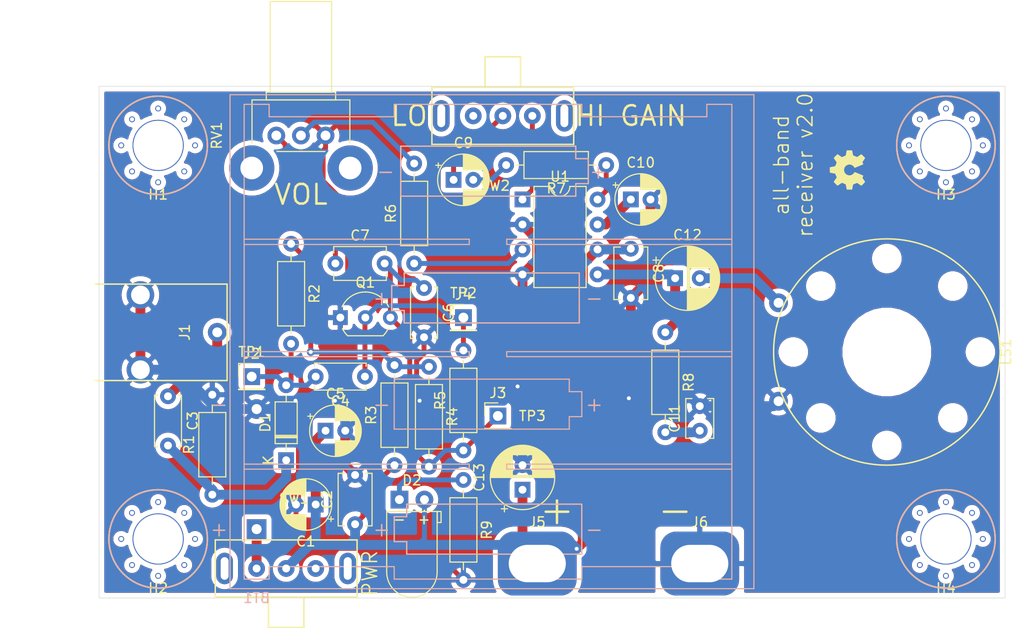
<source format=kicad_pcb>
(kicad_pcb (version 20171130) (host pcbnew "(5.1.6)-1")
  (layers (0 F.Cu signal) (31 B.Cu signal) (34 B.Paste user) (35 F.Paste user) (36 B.SilkS user hide) (37 F.SilkS user) (38 B.Mask user) (39 F.Mask user) (44 Edge.Cuts user))
  (net 0 "")
  (net 1 GND)
  (net 2 "Net-(C7-Pad1)")
  (net 3 "Net-(D2-Pad1)")
  (net 4 "Net-(R2-Pad1)")
  (net 5 "Net-(R7-Pad1)")
  (net 6 VCC)
  (net 7 "Net-(C3-Pad2)")
  (net 8 "Net-(C3-Pad1)")
  (net 9 /TP1)
  (net 10 /TP2)
  (net 11 /TP3)
  (net 12 "Net-(C9-Pad1)")
  (net 13 "Net-(R6-Pad2)")
  (net 14 SIGNAL)
  (net 15 /BAT+)
  (net 16 "Net-(C9-Pad2)")
  (net 17 "Net-(C10-Pad1)")
  (net 18 "Net-(C11-Pad1)")
  (net 19 "Net-(C12-Pad2)")
  (net 20 "Net-(C12-Pad1)")
  (net 21 "Net-(SW2-Pad1)")
  (module Potentiometer_THT:Potentiometer_Bourns_PTV09A-2_Single_Horizontal (layer F.Cu) (at 98 63 90)
    (fp_text reference RV1 (at 0 -11.05 90) (layer F.SilkS))
    (fp_text value 10k_pot)
    (pad "" thru_hole circle (at -3.3 2.5 90) (size 4.6 4.6) (drill 2.3) (layers *.Cu *.Mask))
    (pad "" thru_hole circle (at -3.3 -7.5 90) (size 4.6 4.6) (drill 2.3) (layers *.Cu *.Mask))
    (pad 1 thru_hole circle (at 0 0 90) (size 1.8 1.8) (drill 1) (layers *.Cu *.Mask) (net 1 GND))
    (pad 2 thru_hole circle (at 0 -2.5 90) (size 1.8 1.8) (drill 1) (layers *.Cu *.Mask) (net 13 "Net-(R6-Pad2)"))
    (pad 3 thru_hole circle (at 0 -5 90) (size 1.8 1.8) (drill 1) (layers *.Cu *.Mask) (net 2 "Net-(C7-Pad1)"))
  )
  (module homebrew:MOLEX_0731713150 (layer F.Cu) (at 87 83 270)
    (fp_text reference J1 (at 0 3.3 270) (layer F.SilkS))
    (fp_text value Conn_Coaxial)
    (pad 2 thru_hole circle (at 3.8 7.8 270) (size 2.8 2.8) (drill 1.9) (layers *.Cu *.Mask) (net 1 GND))
    (pad 2 thru_hole circle (at -3.8 7.8 270) (size 2.8 2.8) (drill 1.9) (layers *.Cu *.Mask) (net 1 GND))
    (pad 1 thru_hole circle (at 0 0 270) (size 1.9 1.9) (drill 1) (layers *.Cu *.Mask) (net 8 "Net-(C3-Pad1)"))
  )
  (module homebrew:‎EG1206‎_SLIDE_SWITCH (layer F.Cu) (at 94 107)
    (fp_text reference SW1 (at 0.8 -7.1) (layer F.SilkS))
    (fp_text value SW_SPST)
    (pad ~ thru_hole oval (at -6.25 0) (size 1.7 3.2) (drill oval 0.8 2.3) (layers *.Cu *.Mask))
    (pad ~ thru_hole oval (at 6.25 0) (size 1.7 3.2) (drill oval 0.8 2.3) (layers *.Cu *.Mask))
    (pad 3 thru_hole circle (at 3 0) (size 1.7 1.7) (drill 0.8) (layers *.Cu *.Mask))
    (pad 1 thru_hole circle (at -3 0) (size 1.7 1.7) (drill 0.8) (layers *.Cu *.Mask) (net 15 /BAT+))
    (pad 2 thru_hole circle (at 0 0) (size 1.7 1.7) (drill 0.8) (layers *.Cu *.Mask) (net 6 VCC))
  )
  (module homebrew:‎EG1206‎_SLIDE_SWITCH (layer F.Cu) (at 116 61 180)
    (fp_text reference SW2 (at 0.8 -7.1 180) (layer F.SilkS))
    (fp_text value SW_SPST)
    (pad ~ thru_hole oval (at -6.25 0 180) (size 1.7 3.2) (drill oval 0.8 2.3) (layers *.Cu *.Mask))
    (pad ~ thru_hole oval (at 6.25 0 180) (size 1.7 3.2) (drill oval 0.8 2.3) (layers *.Cu *.Mask))
    (pad 3 thru_hole circle (at 3 0 180) (size 1.7 1.7) (drill 0.8) (layers *.Cu *.Mask))
    (pad 1 thru_hole circle (at -3 0 180) (size 1.7 1.7) (drill 0.8) (layers *.Cu *.Mask) (net 21 "Net-(SW2-Pad1)"))
    (pad 2 thru_hole circle (at 0 0 180) (size 1.7 1.7) (drill 0.8) (layers *.Cu *.Mask) (net 12 "Net-(C9-Pad1)"))
  )
  (module homebrew:OSHW_LOGO_4mm (layer F.Cu) (at 151 66.5 90)
    (fp_text reference G*** hide)
    (fp_text value OSHW_LOGO_4mm hide)
  )
  (module Capacitor_THT:CP_Radial_D6.3mm_P2.50mm (layer F.Cu) (at 118 99 90)
    (fp_text reference C13 (at 1.25 -4.4 90) (layer F.SilkS))
    (fp_text value 220uF)
    (pad 2 thru_hole circle (at 2.5 0 90) (size 1.6 1.6) (drill 0.8) (layers *.Cu *.Mask) (net 1 GND))
    (pad 1 thru_hole rect (at 0 0 90) (size 1.6 1.6) (drill 0.8) (layers *.Cu *.Mask) (net 6 VCC))
  )
  (module homebrew:ALLIGATOR_CLIP_SLOT (layer F.Cu) (at 136 106.5)
    (fp_text reference J6 (at 0 -4.2) (layer F.SilkS))
    (fp_text value Conn_01x01)
    (pad 1 thru_hole roundrect (at 0 0) (size 8 6.5) (drill oval 5.8 3.8) (layers *.Cu *.Mask) (net 1 GND))
  )
  (module homebrew:ALLIGATOR_CLIP_SLOT (layer F.Cu) (at 119.5 106.5)
    (fp_text reference J5 (at 0 -4.2) (layer F.SilkS))
    (fp_text value Conn_01x01)
    (pad 1 thru_hole roundrect (at 0 0) (size 8 6.5) (drill oval 5.8 3.8) (layers *.Cu *.Mask) (net 6 VCC))
  )
  (module homebrew:BatteryHolder_Keystone_2481_4xAAA (layer B.Cu) (at 91 103)
    (fp_text reference BT1 (at 0 7 -180) (layer B.SilkS) (effects (justify mirror)))
    (fp_text value Battery)
    (fp_text user + (at 12.7 0) (layer B.SilkS) (effects (font (size 1.5 1.5)) (justify mirror)))
    (fp_text user + (at 34.29 -12.7) (layer B.SilkS) (effects (font (size 1.5 1.5)) (justify mirror)))
    (fp_text user + (at 12.7 -23.495) (layer B.SilkS) (effects (font (size 1.5 1.5)) (justify mirror)))
    (fp_text user - (at 12.7 -12.7) (layer B.SilkS) (effects (font (size 1.5 1.5)) (justify mirror)))
    (fp_text user - (at 34.29 -23.495) (layer B.SilkS) (effects (font (size 1.5 1.5)) (justify mirror)))
    (fp_text user - (at 34.29 0) (layer B.SilkS) (effects (font (size 1.5 1.5)) (justify mirror)))
    (fp_text user - (at -3.81 -12.7) (layer B.SilkS) (effects (font (size 1.5 1.5)) (justify mirror)))
    (fp_text user + (at -3.81 0) (layer B.SilkS) (effects (font (size 1.5 1.5)) (justify mirror)))
    (fp_text user - (at 13.11 -36.375 -180) (layer B.SilkS) (effects (font (size 1.5 1.5)) (justify mirror)))
    (fp_text user + (at 34.7 -36.375 -180) (layer B.SilkS) (effects (font (size 1.5 1.5)) (justify mirror)))
    (pad 1 thru_hole rect (at 0 0) (size 2 2) (drill 1.02) (layers *.Cu *.Mask) (net 15 /BAT+))
    (pad 2 thru_hole circle (at 0 -12.2) (size 2 2) (drill 1.02) (layers *.Cu *.Mask) (net 1 GND))
  )
  (module Package_DIP:DIP-8_W7.62mm (layer F.Cu) (at 118 69.5)
    (fp_text reference U1 (at 3.81 -2.33) (layer F.SilkS))
    (fp_text value LM386)
    (pad 8 thru_hole oval (at 7.62 0) (size 1.6 1.6) (drill 0.8) (layers *.Cu *.Mask) (net 5 "Net-(R7-Pad1)"))
    (pad 4 thru_hole oval (at 0 7.62) (size 1.6 1.6) (drill 0.8) (layers *.Cu *.Mask) (net 1 GND))
    (pad 7 thru_hole oval (at 7.62 2.54) (size 1.6 1.6) (drill 0.8) (layers *.Cu *.Mask) (net 17 "Net-(C10-Pad1)"))
    (pad 3 thru_hole oval (at 0 5.08) (size 1.6 1.6) (drill 0.8) (layers *.Cu *.Mask) (net 14 SIGNAL))
    (pad 6 thru_hole oval (at 7.62 5.08) (size 1.6 1.6) (drill 0.8) (layers *.Cu *.Mask) (net 6 VCC))
    (pad 2 thru_hole oval (at 0 2.54) (size 1.6 1.6) (drill 0.8) (layers *.Cu *.Mask) (net 1 GND))
    (pad 5 thru_hole oval (at 7.62 7.62) (size 1.6 1.6) (drill 0.8) (layers *.Cu *.Mask) (net 20 "Net-(C12-Pad1)"))
    (pad 1 thru_hole rect (at 0 0) (size 1.6 1.6) (drill 0.8) (layers *.Cu *.Mask) (net 21 "Net-(SW2-Pad1)"))
  )
  (module Resistor_THT:R_Axial_DIN0207_L6.3mm_D2.5mm_P10.16mm_Horizontal (layer F.Cu) (at 112 98 270)
    (fp_text reference R9 (at 5.08 -2.37 90) (layer F.SilkS))
    (fp_text value 10k)
    (pad 2 thru_hole oval (at 10.16 0 270) (size 1.6 1.6) (drill 0.8) (layers *.Cu *.Mask) (net 1 GND))
    (pad 1 thru_hole circle (at 0 0 270) (size 1.6 1.6) (drill 0.8) (layers *.Cu *.Mask) (net 3 "Net-(D2-Pad1)"))
  )
  (module Resistor_THT:R_Axial_DIN0207_L6.3mm_D2.5mm_P10.16mm_Horizontal (layer F.Cu) (at 132.5 83 270)
    (fp_text reference R8 (at 5.08 -2.37 90) (layer F.SilkS))
    (fp_text value 10)
    (pad 2 thru_hole oval (at 10.16 0 270) (size 1.6 1.6) (drill 0.8) (layers *.Cu *.Mask) (net 18 "Net-(C11-Pad1)"))
    (pad 1 thru_hole circle (at 0 0 270) (size 1.6 1.6) (drill 0.8) (layers *.Cu *.Mask) (net 20 "Net-(C12-Pad1)"))
  )
  (module Resistor_THT:R_Axial_DIN0207_L6.3mm_D2.5mm_P10.16mm_Horizontal (layer F.Cu) (at 126.5 66 180)
    (fp_text reference R7 (at 5.08 -2.37) (layer F.SilkS))
    (fp_text value 1.3k)
    (pad 2 thru_hole oval (at 10.16 0 180) (size 1.6 1.6) (drill 0.8) (layers *.Cu *.Mask) (net 16 "Net-(C9-Pad2)"))
    (pad 1 thru_hole circle (at 0 0 180) (size 1.6 1.6) (drill 0.8) (layers *.Cu *.Mask) (net 5 "Net-(R7-Pad1)"))
  )
  (module homebrew:CLS0231MP-1_SPEAKER (layer F.Cu) (at 155 85 270)
    (fp_text reference LS1 (at 0 -12.1 90) (layer F.SilkS))
    (fp_text value Speaker)
    (pad "" np_thru_hole circle (at 0 0 270) (size 8 8) (drill 8) (layers *.Cu *.Mask))
    (pad "" np_thru_hole circle (at -6.7 6.7 270) (size 2 2) (drill 2) (layers *.Cu *.Mask))
    (pad "" np_thru_hole circle (at 6.7 6.7 270) (size 2 2) (drill 2) (layers *.Cu *.Mask))
    (pad "" np_thru_hole circle (at 6.7 -6.7 270) (size 2 2) (drill 2) (layers *.Cu *.Mask))
    (pad "" np_thru_hole circle (at -6.7 -6.7 270) (size 2 2) (drill 2) (layers *.Cu *.Mask))
    (pad "" np_thru_hole circle (at -9.5 0 270) (size 2 2) (drill 2) (layers *.Cu *.Mask))
    (pad "" np_thru_hole circle (at 9.5 0 270) (size 2 2) (drill 2) (layers *.Cu *.Mask))
    (pad "" np_thru_hole circle (at 0 9.5 270) (size 2 2) (drill 2) (layers *.Cu *.Mask))
    (pad "" np_thru_hole circle (at 0 -9.5 270) (size 2 2) (drill 2) (layers *.Cu *.Mask))
    (pad 2 thru_hole circle (at 5 11 270) (size 1.9 1.9) (drill 1) (layers *.Cu *.Mask) (net 1 GND))
    (pad 1 thru_hole circle (at -5 11 270) (size 1.9 1.9) (drill 1) (layers *.Cu *.Mask) (net 19 "Net-(C12-Pad2)"))
  )
  (module LED_THT:LED_D5.0mm_Horizontal_O1.27mm_Z9.0mm (layer F.Cu) (at 105.5 100)
    (fp_text reference D2 (at 1.27 -1.96) (layer F.SilkS))
    (fp_text value LED)
    (pad 2 thru_hole circle (at 2.54 0) (size 1.8 1.8) (drill 0.9) (layers *.Cu *.Mask) (net 6 VCC))
    (pad 1 thru_hole rect (at 0 0) (size 1.8 1.8) (drill 0.9) (layers *.Cu *.Mask) (net 3 "Net-(D2-Pad1)"))
  )
  (module Capacitor_THT:CP_Radial_D6.3mm_P2.50mm (layer F.Cu) (at 133.5 77.5)
    (fp_text reference C12 (at 1.25 -4.4) (layer F.SilkS))
    (fp_text value 220uF)
    (pad 2 thru_hole circle (at 2.5 0) (size 1.6 1.6) (drill 0.8) (layers *.Cu *.Mask) (net 19 "Net-(C12-Pad2)"))
    (pad 1 thru_hole rect (at 0 0) (size 1.6 1.6) (drill 0.8) (layers *.Cu *.Mask) (net 20 "Net-(C12-Pad1)"))
  )
  (module Capacitor_THT:C_Disc_D3.8mm_W2.6mm_P2.50mm (layer F.Cu) (at 136 93 90)
    (fp_text reference C11 (at 1.25 -2.55 90) (layer F.SilkS))
    (fp_text value 47000pF)
    (pad 2 thru_hole circle (at 2.5 0 90) (size 1.6 1.6) (drill 0.8) (layers *.Cu *.Mask) (net 1 GND))
    (pad 1 thru_hole circle (at 0 0 90) (size 1.6 1.6) (drill 0.8) (layers *.Cu *.Mask) (net 18 "Net-(C11-Pad1)"))
  )
  (module Capacitor_THT:CP_Radial_D5.0mm_P2.00mm (layer F.Cu) (at 129 69.5)
    (fp_text reference C10 (at 1 -3.75) (layer F.SilkS))
    (fp_text value 10uF)
    (pad 2 thru_hole circle (at 2 0) (size 1.6 1.6) (drill 0.8) (layers *.Cu *.Mask) (net 1 GND))
    (pad 1 thru_hole rect (at 0 0) (size 1.6 1.6) (drill 0.8) (layers *.Cu *.Mask) (net 17 "Net-(C10-Pad1)"))
  )
  (module Capacitor_THT:CP_Radial_D5.0mm_P2.00mm (layer F.Cu) (at 111 67.5)
    (fp_text reference C9 (at 1 -3.75) (layer F.SilkS))
    (fp_text value 10uF)
    (pad 2 thru_hole circle (at 2 0) (size 1.6 1.6) (drill 0.8) (layers *.Cu *.Mask) (net 16 "Net-(C9-Pad2)"))
    (pad 1 thru_hole rect (at 0 0) (size 1.6 1.6) (drill 0.8) (layers *.Cu *.Mask) (net 12 "Net-(C9-Pad1)"))
  )
  (module Capacitor_THT:C_Disc_D5.1mm_W3.2mm_P5.00mm (layer F.Cu) (at 129 74.5 270)
    (fp_text reference C8 (at 2.5 -2.85 90) (layer F.SilkS))
    (fp_text value 0.1uF)
    (pad 2 thru_hole circle (at 5 0 270) (size 1.6 1.6) (drill 0.8) (layers *.Cu *.Mask) (net 1 GND))
    (pad 1 thru_hole circle (at 0 0 270) (size 1.6 1.6) (drill 0.8) (layers *.Cu *.Mask) (net 6 VCC))
  )
  (module Package_TO_SOT_THT:TO-92_Inline_Wide (layer F.Cu) (at 99.5 81.5)
    (fp_text reference Q1 (at 2.54 -3.56) (layer F.SilkS))
    (fp_text value 2N4401)
    (pad 1 thru_hole rect (at 0 0 90) (size 1.5 1.5) (drill 0.8) (layers *.Cu *.Mask) (net 1 GND))
    (pad 3 thru_hole circle (at 5.08 0 90) (size 1.5 1.5) (drill 0.8) (layers *.Cu *.Mask) (net 11 /TP3))
    (pad 2 thru_hole circle (at 2.54 0 90) (size 1.5 1.5) (drill 0.8) (layers *.Cu *.Mask) (net 10 /TP2))
  )
  (module Resistor_THT:R_Axial_DIN0207_L6.3mm_D2.5mm_P10.16mm_Horizontal (layer F.Cu) (at 107 76 90)
    (fp_text reference R6 (at 5.08 -2.37 90) (layer F.SilkS))
    (fp_text value 1k)
    (pad 2 thru_hole oval (at 10.16 0 90) (size 1.6 1.6) (drill 0.8) (layers *.Cu *.Mask) (net 13 "Net-(R6-Pad2)"))
    (pad 1 thru_hole circle (at 0 0 90) (size 1.6 1.6) (drill 0.8) (layers *.Cu *.Mask) (net 14 SIGNAL))
  )
  (module Resistor_THT:R_Axial_DIN0207_L6.3mm_D2.5mm_P10.16mm_Horizontal (layer F.Cu) (at 112 95 90)
    (fp_text reference R5 (at 5.08 -2.37 90) (layer F.SilkS))
    (fp_text value 1M)
    (pad 2 thru_hole oval (at 10.16 0 90) (size 1.6 1.6) (drill 0.8) (layers *.Cu *.Mask) (net 10 /TP2))
    (pad 1 thru_hole circle (at 0 0 90) (size 1.6 1.6) (drill 0.8) (layers *.Cu *.Mask) (net 11 /TP3))
  )
  (module Resistor_THT:R_Axial_DIN0207_L6.3mm_D2.5mm_P10.16mm_Horizontal (layer F.Cu) (at 108.5 86.5 270)
    (fp_text reference R4 (at 5.08 -2.37 90) (layer F.SilkS))
    (fp_text value 22k)
    (pad 2 thru_hole oval (at 10.16 0 270) (size 1.6 1.6) (drill 0.8) (layers *.Cu *.Mask) (net 11 /TP3))
    (pad 1 thru_hole circle (at 0 0 270) (size 1.6 1.6) (drill 0.8) (layers *.Cu *.Mask) (net 4 "Net-(R2-Pad1)"))
  )
  (module Resistor_THT:R_Axial_DIN0207_L6.3mm_D2.5mm_P10.16mm_Horizontal (layer F.Cu) (at 105 96.5 90)
    (fp_text reference R3 (at 5.08 -2.37 90) (layer F.SilkS))
    (fp_text value 100)
    (pad 2 thru_hole oval (at 10.16 0 90) (size 1.6 1.6) (drill 0.8) (layers *.Cu *.Mask) (net 4 "Net-(R2-Pad1)"))
    (pad 1 thru_hole circle (at 0 0 90) (size 1.6 1.6) (drill 0.8) (layers *.Cu *.Mask) (net 6 VCC))
  )
  (module Resistor_THT:R_Axial_DIN0207_L6.3mm_D2.5mm_P10.16mm_Horizontal (layer F.Cu) (at 94.5 74 270)
    (fp_text reference R2 (at 5.08 -2.37 90) (layer F.SilkS))
    (fp_text value 1M)
    (pad 2 thru_hole oval (at 10.16 0 270) (size 1.6 1.6) (drill 0.8) (layers *.Cu *.Mask) (net 9 /TP1))
    (pad 1 thru_hole circle (at 0 0 270) (size 1.6 1.6) (drill 0.8) (layers *.Cu *.Mask) (net 4 "Net-(R2-Pad1)"))
  )
  (module Resistor_THT:R_Axial_DIN0207_L6.3mm_D2.5mm_P10.16mm_Horizontal (layer F.Cu) (at 86.5 99.5 90)
    (fp_text reference R1 (at 5.08 -2.37 90) (layer F.SilkS))
    (fp_text value 10k)
    (pad 2 thru_hole oval (at 10.16 0 90) (size 1.6 1.6) (drill 0.8) (layers *.Cu *.Mask) (net 1 GND))
    (pad 1 thru_hole circle (at 0 0 90) (size 1.6 1.6) (drill 0.8) (layers *.Cu *.Mask) (net 7 "Net-(C3-Pad2)"))
  )
  (module Connector_PinHeader_2.54mm:PinHeader_1x01_P2.54mm_Vertical (layer F.Cu) (at 112 81.5)
    (fp_text reference J4 (at 0 -2.33) (layer F.SilkS))
    (fp_text value Conn_01x01)
    (pad 1 thru_hole rect (at 0 0) (size 1.7 1.7) (drill 1) (layers *.Cu *.Mask) (net 10 /TP2))
  )
  (module Connector_PinHeader_2.54mm:PinHeader_1x01_P2.54mm_Vertical (layer F.Cu) (at 115.5 91.5)
    (fp_text reference J3 (at 0 -2.33) (layer F.SilkS))
    (fp_text value Conn_01x01)
    (pad 1 thru_hole rect (at 0 0) (size 1.7 1.7) (drill 1) (layers *.Cu *.Mask) (net 11 /TP3))
  )
  (module Connector_PinHeader_2.54mm:PinHeader_1x01_P2.54mm_Vertical (layer F.Cu) (at 90.5 87.5)
    (fp_text reference J2 (at 0 -2.33) (layer F.SilkS))
    (fp_text value Conn_01x01)
    (pad 1 thru_hole rect (at 0 0) (size 1.7 1.7) (drill 1) (layers *.Cu *.Mask) (net 9 /TP1))
  )
  (module homebrew:HOLE_5MM_#8 (layer F.Cu) (at 161 104)
    (fp_text reference H4 (at 0 5) (layer F.SilkS))
    (fp_text value HOLE)
    (pad "" thru_hole circle (at 2.65 2.65) (size 0.6 0.6) (drill 0.4) (layers *.Cu))
    (pad "" thru_hole circle (at -2.65 2.65) (size 0.6 0.6) (drill 0.4) (layers *.Cu))
    (pad "" thru_hole circle (at 2.65 -2.65) (size 0.6 0.6) (drill 0.4) (layers *.Cu))
    (pad "" thru_hole circle (at -2.65 -2.65) (size 0.6 0.6) (drill 0.4) (layers *.Cu))
    (pad "" thru_hole circle (at -3.75 0) (size 0.6 0.6) (drill 0.4) (layers *.Cu))
    (pad "" thru_hole circle (at 3.75 0) (size 0.6 0.6) (drill 0.4) (layers *.Cu))
    (pad "" thru_hole circle (at 0 3.75) (size 0.6 0.6) (drill 0.4) (layers *.Cu))
    (pad "" thru_hole circle (at 0 -3.75) (size 0.6 0.6) (drill 0.4) (layers *.Cu))
    (pad "" thru_hole circle (at 0 0) (size 5.2 5.2) (drill 5) (layers *.Cu *.Mask))
  )
  (module homebrew:HOLE_5MM_#8 (layer F.Cu) (at 161 64)
    (fp_text reference H3 (at 0 5) (layer F.SilkS))
    (fp_text value HOLE)
    (pad "" thru_hole circle (at 2.65 2.65) (size 0.6 0.6) (drill 0.4) (layers *.Cu))
    (pad "" thru_hole circle (at -2.65 2.65) (size 0.6 0.6) (drill 0.4) (layers *.Cu))
    (pad "" thru_hole circle (at 2.65 -2.65) (size 0.6 0.6) (drill 0.4) (layers *.Cu))
    (pad "" thru_hole circle (at -2.65 -2.65) (size 0.6 0.6) (drill 0.4) (layers *.Cu))
    (pad "" thru_hole circle (at -3.75 0) (size 0.6 0.6) (drill 0.4) (layers *.Cu))
    (pad "" thru_hole circle (at 3.75 0) (size 0.6 0.6) (drill 0.4) (layers *.Cu))
    (pad "" thru_hole circle (at 0 3.75) (size 0.6 0.6) (drill 0.4) (layers *.Cu))
    (pad "" thru_hole circle (at 0 -3.75) (size 0.6 0.6) (drill 0.4) (layers *.Cu))
    (pad "" thru_hole circle (at 0 0) (size 5.2 5.2) (drill 5) (layers *.Cu *.Mask))
  )
  (module homebrew:HOLE_5MM_#8 (layer F.Cu) (at 81 104)
    (fp_text reference H2 (at 0 5) (layer F.SilkS))
    (fp_text value HOLE)
    (pad "" thru_hole circle (at 2.65 2.65) (size 0.6 0.6) (drill 0.4) (layers *.Cu))
    (pad "" thru_hole circle (at -2.65 2.65) (size 0.6 0.6) (drill 0.4) (layers *.Cu))
    (pad "" thru_hole circle (at 2.65 -2.65) (size 0.6 0.6) (drill 0.4) (layers *.Cu))
    (pad "" thru_hole circle (at -2.65 -2.65) (size 0.6 0.6) (drill 0.4) (layers *.Cu))
    (pad "" thru_hole circle (at -3.75 0) (size 0.6 0.6) (drill 0.4) (layers *.Cu))
    (pad "" thru_hole circle (at 3.75 0) (size 0.6 0.6) (drill 0.4) (layers *.Cu))
    (pad "" thru_hole circle (at 0 3.75) (size 0.6 0.6) (drill 0.4) (layers *.Cu))
    (pad "" thru_hole circle (at 0 -3.75) (size 0.6 0.6) (drill 0.4) (layers *.Cu))
    (pad "" thru_hole circle (at 0 0) (size 5.2 5.2) (drill 5) (layers *.Cu *.Mask))
  )
  (module homebrew:HOLE_5MM_#8 (layer F.Cu) (at 81 64)
    (fp_text reference H1 (at 0 5) (layer F.SilkS))
    (fp_text value HOLE)
    (pad "" thru_hole circle (at 2.65 2.65) (size 0.6 0.6) (drill 0.4) (layers *.Cu))
    (pad "" thru_hole circle (at -2.65 2.65) (size 0.6 0.6) (drill 0.4) (layers *.Cu))
    (pad "" thru_hole circle (at 2.65 -2.65) (size 0.6 0.6) (drill 0.4) (layers *.Cu))
    (pad "" thru_hole circle (at -2.65 -2.65) (size 0.6 0.6) (drill 0.4) (layers *.Cu))
    (pad "" thru_hole circle (at -3.75 0) (size 0.6 0.6) (drill 0.4) (layers *.Cu))
    (pad "" thru_hole circle (at 3.75 0) (size 0.6 0.6) (drill 0.4) (layers *.Cu))
    (pad "" thru_hole circle (at 0 3.75) (size 0.6 0.6) (drill 0.4) (layers *.Cu))
    (pad "" thru_hole circle (at 0 -3.75) (size 0.6 0.6) (drill 0.4) (layers *.Cu))
    (pad "" thru_hole circle (at 0 0) (size 5.2 5.2) (drill 5) (layers *.Cu *.Mask))
  )
  (module Diode_THT:D_DO-35_SOD27_P7.62mm_Horizontal (layer F.Cu) (at 94 96 90)
    (fp_text reference D1 (at 3.81 -2.12 90) (layer F.SilkS))
    (fp_text value BAT41)
    (fp_text user K (at 0 -1.8 90) (layer F.SilkS))
    (pad 2 thru_hole oval (at 7.62 0 90) (size 1.6 1.6) (drill 0.8) (layers *.Cu *.Mask) (net 9 /TP1))
    (pad 1 thru_hole rect (at 0 0 90) (size 1.6 1.6) (drill 0.8) (layers *.Cu *.Mask) (net 7 "Net-(C3-Pad2)"))
  )
  (module Capacitor_THT:C_Disc_D5.1mm_W3.2mm_P5.00mm (layer F.Cu) (at 99 76)
    (fp_text reference C7 (at 2.5 -2.85) (layer F.SilkS))
    (fp_text value 0.1uF)
    (pad 2 thru_hole circle (at 5 0) (size 1.6 1.6) (drill 0.8) (layers *.Cu *.Mask) (net 11 /TP3))
    (pad 1 thru_hole circle (at 0 0) (size 1.6 1.6) (drill 0.8) (layers *.Cu *.Mask) (net 2 "Net-(C7-Pad1)"))
  )
  (module Capacitor_THT:C_Disc_D5.0mm_W2.5mm_P5.00mm (layer F.Cu) (at 108 78.5 270)
    (fp_text reference C6 (at 2.5 -2.5 90) (layer F.SilkS))
    (fp_text value 1000pF)
    (pad 2 thru_hole circle (at 5 0 270) (size 1.6 1.6) (drill 0.8) (layers *.Cu *.Mask) (net 1 GND))
    (pad 1 thru_hole circle (at 0 0 270) (size 1.6 1.6) (drill 0.8) (layers *.Cu *.Mask) (net 11 /TP3))
  )
  (module Capacitor_THT:CP_Radial_D5.0mm_P2.00mm (layer F.Cu) (at 98 93)
    (fp_text reference C5 (at 1 -3.75) (layer F.SilkS))
    (fp_text value 1uF)
    (pad 2 thru_hole circle (at 2 0) (size 1.6 1.6) (drill 0.8) (layers *.Cu *.Mask) (net 1 GND))
    (pad 1 thru_hole rect (at 0 0) (size 1.6 1.6) (drill 0.8) (layers *.Cu *.Mask) (net 6 VCC))
  )
  (module Capacitor_THT:C_Disc_D5.0mm_W2.5mm_P5.00mm (layer F.Cu) (at 102 87.5 180)
    (fp_text reference C4 (at 2.5 -2.5) (layer F.SilkS))
    (fp_text value 1000pF)
    (pad 2 thru_hole circle (at 5 0 180) (size 1.6 1.6) (drill 0.8) (layers *.Cu *.Mask) (net 9 /TP1))
    (pad 1 thru_hole circle (at 0 0 180) (size 1.6 1.6) (drill 0.8) (layers *.Cu *.Mask) (net 10 /TP2))
  )
  (module Capacitor_THT:C_Disc_D5.0mm_W2.5mm_P5.00mm (layer F.Cu) (at 82 89.5 270)
    (fp_text reference C3 (at 2.5 -2.5 90) (layer F.SilkS))
    (fp_text value 100pF)
    (pad 2 thru_hole circle (at 5 0 270) (size 1.6 1.6) (drill 0.8) (layers *.Cu *.Mask) (net 7 "Net-(C3-Pad2)"))
    (pad 1 thru_hole circle (at 0 0 270) (size 1.6 1.6) (drill 0.8) (layers *.Cu *.Mask) (net 8 "Net-(C3-Pad1)"))
  )
  (module Capacitor_THT:C_Disc_D5.1mm_W3.2mm_P5.00mm (layer F.Cu) (at 101 102.5 90)
    (fp_text reference C2 (at 2.5 -2.85 90) (layer F.SilkS))
    (fp_text value 0.1uF)
    (pad 2 thru_hole circle (at 5 0 90) (size 1.6 1.6) (drill 0.8) (layers *.Cu *.Mask) (net 1 GND))
    (pad 1 thru_hole circle (at 0 0 90) (size 1.6 1.6) (drill 0.8) (layers *.Cu *.Mask) (net 6 VCC))
  )
  (module Capacitor_THT:CP_Radial_D5.0mm_P2.00mm (layer F.Cu) (at 97 100.5 180)
    (fp_text reference C1 (at 1 -3.75) (layer F.SilkS))
    (fp_text value 10uF)
    (pad 2 thru_hole circle (at 2 0 180) (size 1.6 1.6) (drill 0.8) (layers *.Cu *.Mask) (net 1 GND))
    (pad 1 thru_hole rect (at 0 0 180) (size 1.6 1.6) (drill 0.8) (layers *.Cu *.Mask) (net 6 VCC))
  )
  (gr_text "all-band\nreceiver v2.0" (at 145.5 66 90) (layer F.SilkS) (effects (font (size 1.5 1.5))))
  (gr_text - (at 105.5 102) (layer F.SilkS) (effects (font (size 1 1))))
  (gr_text + (at 108 102) (layer F.SilkS) (effects (font (size 1 1))))
  (gr_text TP1 (at 90.5 85) (layer F.SilkS) (effects (font (size 1 1))))
  (gr_text TP2 (at 112 79) (layer F.SilkS) (effects (font (size 1 1))))
  (gr_text TP3 (at 119 91.5) (layer F.SilkS) (effects (font (size 1 1))))
  (gr_text PWR (at 102.5 107.5 90) (layer F.SilkS) (effects (font (size 1.5 1.5))))
  (gr_text VOL (at 95.5 69) (layer F.SilkS) (effects (font (size 2 2) (thickness 0.25))))
  (gr_text LO (at 106.5 61) (layer F.SilkS) (effects (font (size 2 2) (thickness 0.25))))
  (gr_text "HI GAIN" (at 129 61) (layer F.SilkS) (effects (font (size 2 2) (thickness 0.25))))
  (gr_text - (at 133.5 101) (layer F.SilkS) (effects (font (size 3 3) (thickness 0.25))))
  (gr_text + (at 121.5 101) (layer F.SilkS) (effects (font (size 3 3) (thickness 0.25))))
  (gr_line (start 75 110) (end 75 58) (layer Edge.Cuts) (width 0.05))
  (gr_line (start 167 110) (end 75 110) (layer Edge.Cuts) (width 0.05))
  (gr_line (start 167 58) (end 167 110) (layer Edge.Cuts) (width 0.05))
  (gr_line (start 75 58) (end 167 58) (layer Edge.Cuts) (width 0.05))
  (via (at 117.5 88.5) (size 0.8) (drill 0.4) (layers F.Cu B.Cu) (net 1))
  (segment (start 91 90.8) (end 92.414213 90.8) (width 1) (layer B.Cu) (net 1))
  (segment (start 116.050001 89.949999) (end 117.5 88.5) (width 1) (layer B.Cu) (net 1))
  (segment (start 92.414213 90.8) (end 93.264214 89.949999) (width 1) (layer B.Cu) (net 1))
  (segment (start 118 88) (end 118 77.12) (width 1) (layer F.Cu) (net 1))
  (segment (start 117.5 88.5) (end 118 88) (width 1) (layer F.Cu) (net 1))
  (segment (start 135.200001 89.700001) (end 136 90.5) (width 1) (layer B.Cu) (net 1))
  (segment (start 116.050001 89.949999) (end 116.299999 89.700001) (width 1) (layer B.Cu) (net 1))
  (segment (start 143.5 90.5) (end 144 90) (width 1) (layer B.Cu) (net 1))
  (segment (start 136 90.5) (end 143.5 90.5) (width 1) (layer B.Cu) (net 1))
  (segment (start 119.500001 73.540001) (end 118.799999 72.839999) (width 1) (layer F.Cu) (net 1))
  (segment (start 118.799999 72.839999) (end 118 72.04) (width 1) (layer F.Cu) (net 1))
  (segment (start 118 77.12) (end 119.500001 75.619999) (width 1) (layer F.Cu) (net 1))
  (segment (start 119.500001 75.619999) (end 119.500001 73.540001) (width 1) (layer F.Cu) (net 1))
  (segment (start 131 77.5) (end 131 69.5) (width 1) (layer F.Cu) (net 1))
  (segment (start 129 79.5) (end 131 77.5) (width 1) (layer F.Cu) (net 1))
  (via (at 128.799999 89.700001) (size 0.8) (drill 0.4) (layers F.Cu B.Cu) (net 1))
  (segment (start 129 79.5) (end 129 89.5) (width 1) (layer F.Cu) (net 1))
  (segment (start 129 89.5) (end 128.799999 89.700001) (width 1) (layer F.Cu) (net 1))
  (segment (start 99.449999 89.949999) (end 100 90.5) (width 1) (layer B.Cu) (net 1))
  (segment (start 100 90.5) (end 100 93) (width 1) (layer B.Cu) (net 1))
  (segment (start 99.449999 89.949999) (end 116.050001 89.949999) (width 1) (layer B.Cu) (net 1))
  (segment (start 100 96.5) (end 101 97.5) (width 1) (layer F.Cu) (net 1))
  (segment (start 100 93) (end 100 96.5) (width 1) (layer F.Cu) (net 1))
  (segment (start 86.96 90.8) (end 85.5 89.34) (width 1) (layer B.Cu) (net 1))
  (segment (start 82.96 86.8) (end 79.2 86.8) (width 1) (layer B.Cu) (net 1))
  (segment (start 85.5 89.34) (end 82.96 86.8) (width 1) (layer B.Cu) (net 1))
  (segment (start 79.2 86.8) (end 79.2 79.2) (width 1) (layer F.Cu) (net 1))
  (segment (start 93.264214 89.949999) (end 99.449999 89.949999) (width 1) (layer B.Cu) (net 1))
  (segment (start 95.500001 90.500001) (end 94.949999 89.949999) (width 1) (layer F.Cu) (net 1))
  (segment (start 95.500001 97.360001) (end 95.500001 90.500001) (width 1) (layer F.Cu) (net 1))
  (segment (start 95 100.5) (end 95 97.860002) (width 1) (layer F.Cu) (net 1))
  (via (at 94.949999 89.949999) (size 0.8) (drill 0.4) (layers F.Cu B.Cu) (net 1))
  (segment (start 95 97.860002) (end 95.500001 97.360001) (width 1) (layer F.Cu) (net 1))
  (segment (start 98.31862 104.94999) (end 95 101.63137) (width 0.5) (layer F.Cu) (net 1))
  (segment (start 112 108.16) (end 108.78999 104.94999) (width 0.5) (layer F.Cu) (net 1))
  (segment (start 95 101.63137) (end 95 100.5) (width 0.5) (layer F.Cu) (net 1))
  (segment (start 108.78999 104.94999) (end 98.31862 104.94999) (width 0.5) (layer F.Cu) (net 1))
  (via (at 98.949999 89.949999) (size 0.8) (drill 0.4) (layers F.Cu B.Cu) (net 1))
  (segment (start 99.5 81.5) (end 99.5 89.399998) (width 0.5) (layer F.Cu) (net 1))
  (segment (start 99.5 89.399998) (end 98.949999 89.949999) (width 0.5) (layer F.Cu) (net 1))
  (via (at 107.550001 89.949999) (size 0.8) (drill 0.4) (layers F.Cu B.Cu) (net 1))
  (segment (start 107.249999 89.649997) (end 107.550001 89.949999) (width 0.5) (layer F.Cu) (net 1))
  (segment (start 107.249999 85.899999) (end 107.249999 89.649997) (width 0.5) (layer F.Cu) (net 1))
  (segment (start 108 85.149998) (end 107.249999 85.899999) (width 0.5) (layer F.Cu) (net 1))
  (segment (start 108 83.5) (end 108 85.149998) (width 0.5) (layer F.Cu) (net 1))
  (segment (start 100.250001 79.499999) (end 99.5 80.25) (width 0.5) (layer F.Cu) (net 1))
  (segment (start 98 63) (end 98 64.272792) (width 0.5) (layer F.Cu) (net 1))
  (segment (start 97.749999 67.620001) (end 100.250001 70.120003) (width 0.5) (layer F.Cu) (net 1))
  (segment (start 99.5 80.25) (end 99.5 81.5) (width 0.5) (layer F.Cu) (net 1))
  (segment (start 98 64.272792) (end 97.749999 64.522793) (width 0.5) (layer F.Cu) (net 1))
  (segment (start 97.749999 64.522793) (end 97.749999 67.620001) (width 0.5) (layer F.Cu) (net 1))
  (segment (start 100.250001 70.120003) (end 100.250001 79.499999) (width 0.5) (layer F.Cu) (net 1))
  (segment (start 91 90.8) (end 86.96 90.8) (width 1) (layer B.Cu) (net 1))
  (segment (start 86.82863 90.8) (end 86.96 90.8) (width 1) (layer B.Cu) (net 1))
  (segment (start 86.5 89.34) (end 86.5 90.47137) (width 1) (layer B.Cu) (net 1))
  (segment (start 86.5 90.47137) (end 86.82863 90.8) (width 1) (layer B.Cu) (net 1))
  (segment (start 118 95.36863) (end 118 96.5) (width 1) (layer B.Cu) (net 1))
  (segment (start 118 89.900002) (end 118 95.36863) (width 1) (layer B.Cu) (net 1))
  (segment (start 117.799999 89.700001) (end 118 89.900002) (width 1) (layer B.Cu) (net 1))
  (segment (start 116.299999 89.700001) (end 117.799999 89.700001) (width 1) (layer B.Cu) (net 1))
  (segment (start 117.799999 89.700001) (end 135.200001 89.700001) (width 1) (layer B.Cu) (net 1))
  (segment (start 99 69.859966) (end 93.899999 64.759965) (width 0.5) (layer F.Cu) (net 2))
  (segment (start 93.899999 64.759965) (end 93.899999 63.899999) (width 0.5) (layer F.Cu) (net 2))
  (segment (start 99 76) (end 99 69.859966) (width 0.5) (layer F.Cu) (net 2))
  (segment (start 93.899999 63.899999) (end 93 63) (width 0.5) (layer F.Cu) (net 2))
  (segment (start 110.86863 98) (end 112 98) (width 0.5) (layer B.Cu) (net 3))
  (segment (start 106.1 98) (end 110.86863 98) (width 0.5) (layer B.Cu) (net 3))
  (segment (start 105.5 100) (end 105.5 98.6) (width 0.5) (layer B.Cu) (net 3))
  (segment (start 105.5 98.6) (end 106.1 98) (width 0.5) (layer B.Cu) (net 3))
  (segment (start 105.16 86.5) (end 105 86.34) (width 0.5) (layer B.Cu) (net 4))
  (segment (start 108.5 86.5) (end 105.16 86.5) (width 0.5) (layer B.Cu) (net 4))
  (via (at 96.5 85) (size 0.8) (drill 0.4) (layers F.Cu B.Cu) (net 4))
  (segment (start 105 86.34) (end 103.66 85) (width 0.5) (layer B.Cu) (net 4))
  (segment (start 103.66 85) (end 96.5 85) (width 0.5) (layer B.Cu) (net 4))
  (segment (start 96.5 76) (end 94.5 74) (width 0.5) (layer F.Cu) (net 4))
  (segment (start 96.5 85) (end 96.5 76) (width 0.5) (layer F.Cu) (net 4))
  (segment (start 126.5 68.62) (end 125.62 69.5) (width 0.5) (layer F.Cu) (net 5))
  (segment (start 126.5 66) (end 126.5 68.62) (width 0.5) (layer F.Cu) (net 5))
  (via (at 123.5 105) (size 0.8) (drill 0.4) (layers F.Cu B.Cu) (net 6))
  (segment (start 124.119999 104.380001) (end 123.5 105) (width 1) (layer F.Cu) (net 6))
  (segment (start 125.62 74.58) (end 124.119999 76.080001) (width 1) (layer F.Cu) (net 6))
  (segment (start 124.119999 76.080001) (end 124.119999 104.380001) (width 1) (layer F.Cu) (net 6))
  (segment (start 96.399999 104.600001) (end 94.849999 106.150001) (width 1) (layer B.Cu) (net 6))
  (segment (start 123.5 105) (end 123.100001 104.600001) (width 1) (layer B.Cu) (net 6))
  (segment (start 94.849999 106.150001) (end 94 107) (width 1) (layer B.Cu) (net 6))
  (segment (start 128.92 74.58) (end 129 74.5) (width 1) (layer B.Cu) (net 6))
  (segment (start 125.62 74.58) (end 128.92 74.58) (width 1) (layer B.Cu) (net 6))
  (segment (start 101 104) (end 101 102.5) (width 1) (layer B.Cu) (net 6))
  (segment (start 100.399999 104.600001) (end 101 104) (width 1) (layer B.Cu) (net 6))
  (segment (start 100.399999 104.600001) (end 96.399999 104.600001) (width 1) (layer B.Cu) (net 6))
  (segment (start 97 104) (end 96.399999 104.600001) (width 1) (layer B.Cu) (net 6))
  (segment (start 97 100.5) (end 97 104) (width 1) (layer B.Cu) (net 6))
  (segment (start 97 94) (end 98 93) (width 1) (layer F.Cu) (net 6))
  (segment (start 97 100.5) (end 97 94) (width 1) (layer F.Cu) (net 6))
  (segment (start 101 102.5) (end 101.799999 101.700001) (width 0.5) (layer F.Cu) (net 6))
  (segment (start 104.200001 97.299999) (end 105 96.5) (width 0.5) (layer F.Cu) (net 6))
  (segment (start 101.799999 99.700001) (end 104.200001 97.299999) (width 0.5) (layer F.Cu) (net 6))
  (segment (start 101.799999 101.700001) (end 101.799999 99.700001) (width 0.5) (layer F.Cu) (net 6))
  (segment (start 108.04 103.96) (end 108.04 100) (width 0.5) (layer B.Cu) (net 6))
  (segment (start 107.399999 104.600001) (end 108.04 103.96) (width 0.5) (layer B.Cu) (net 6))
  (segment (start 107.399999 104.600001) (end 100.399999 104.600001) (width 1) (layer B.Cu) (net 6))
  (segment (start 123.100001 104.600001) (end 114.100001 104.600001) (width 1) (layer B.Cu) (net 6))
  (segment (start 114.100001 104.600001) (end 107.399999 104.600001) (width 1) (layer B.Cu) (net 6))
  (segment (start 118 105) (end 119.5 106.5) (width 1) (layer F.Cu) (net 6))
  (segment (start 118 99) (end 118 105) (width 1) (layer F.Cu) (net 6))
  (segment (start 94 97.8) (end 94 96) (width 1) (layer B.Cu) (net 7))
  (segment (start 92.3 99.5) (end 94 97.8) (width 1) (layer B.Cu) (net 7))
  (segment (start 92.3 99.5) (end 86.5 99.5) (width 1) (layer B.Cu) (net 7))
  (segment (start 86.5 99) (end 82 94.5) (width 1) (layer B.Cu) (net 7))
  (segment (start 86.5 99.5) (end 86.5 99) (width 1) (layer B.Cu) (net 7))
  (segment (start 87 84.5) (end 82 89.5) (width 1) (layer F.Cu) (net 8))
  (segment (start 87 83) (end 87 84.5) (width 1) (layer F.Cu) (net 8))
  (segment (start 93.12 87.5) (end 94 88.38) (width 0.5) (layer B.Cu) (net 9))
  (segment (start 90.5 87.5) (end 93.12 87.5) (width 0.5) (layer B.Cu) (net 9))
  (segment (start 96.12 88.38) (end 97 87.5) (width 0.5) (layer B.Cu) (net 9))
  (segment (start 94 88.38) (end 96.12 88.38) (width 0.5) (layer B.Cu) (net 9))
  (segment (start 94.5 87.88) (end 94 88.38) (width 0.5) (layer F.Cu) (net 9))
  (segment (start 94.5 84.16) (end 94.5 87.88) (width 0.5) (layer F.Cu) (net 9))
  (segment (start 102 81.54) (end 102.04 81.5) (width 0.5) (layer F.Cu) (net 10))
  (segment (start 102 87.5) (end 102 81.54) (width 0.5) (layer F.Cu) (net 10))
  (segment (start 112 84.84) (end 112 81.5) (width 0.5) (layer F.Cu) (net 10))
  (segment (start 102.789999 80.750001) (end 102.04 81.5) (width 0.5) (layer B.Cu) (net 10))
  (segment (start 103.240001 80.299999) (end 102.789999 80.750001) (width 0.5) (layer B.Cu) (net 10))
  (segment (start 109.449999 80.299999) (end 103.240001 80.299999) (width 0.5) (layer B.Cu) (net 10))
  (segment (start 112 81.5) (end 110.65 81.5) (width 0.5) (layer B.Cu) (net 10))
  (segment (start 110.65 81.5) (end 109.449999 80.299999) (width 0.5) (layer B.Cu) (net 10))
  (segment (start 104.58 76.58) (end 104 76) (width 0.5) (layer F.Cu) (net 11))
  (segment (start 104.58 81.5) (end 104.58 76.58) (width 0.5) (layer F.Cu) (net 11))
  (segment (start 112 95) (end 115.5 91.5) (width 0.5) (layer F.Cu) (net 11))
  (segment (start 110.16 95) (end 108.5 96.66) (width 0.5) (layer B.Cu) (net 11))
  (segment (start 112 95) (end 110.16 95) (width 0.5) (layer B.Cu) (net 11))
  (segment (start 105.700001 77.700001) (end 104.799999 76.799999) (width 0.5) (layer B.Cu) (net 11))
  (segment (start 108 78.5) (end 107.200001 77.700001) (width 0.5) (layer B.Cu) (net 11))
  (segment (start 104.799999 76.799999) (end 104 76) (width 0.5) (layer B.Cu) (net 11))
  (segment (start 107.200001 77.700001) (end 105.700001 77.700001) (width 0.5) (layer B.Cu) (net 11))
  (segment (start 105.329999 82.249999) (end 104.58 81.5) (width 0.5) (layer F.Cu) (net 11))
  (segment (start 108.5 96.66) (end 106.549988 94.709988) (width 0.5) (layer F.Cu) (net 11))
  (segment (start 106.549988 94.709988) (end 106.549988 83.469988) (width 0.5) (layer F.Cu) (net 11))
  (segment (start 106.549988 83.469988) (end 105.329999 82.249999) (width 0.5) (layer F.Cu) (net 11))
  (segment (start 111 66) (end 116 61) (width 0.5) (layer F.Cu) (net 12))
  (segment (start 111 67.5) (end 111 66) (width 0.5) (layer F.Cu) (net 12))
  (segment (start 106.200001 65.040001) (end 107 65.84) (width 0.5) (layer B.Cu) (net 13))
  (segment (start 102.809999 61.649999) (end 106.200001 65.040001) (width 0.5) (layer B.Cu) (net 13))
  (segment (start 95.5 63) (end 96.850001 61.649999) (width 0.5) (layer B.Cu) (net 13))
  (segment (start 96.850001 61.649999) (end 102.809999 61.649999) (width 0.5) (layer B.Cu) (net 13))
  (segment (start 116.58 76) (end 118 74.58) (width 0.5) (layer B.Cu) (net 14))
  (segment (start 107 76) (end 116.58 76) (width 0.5) (layer B.Cu) (net 14))
  (segment (start 91 103) (end 91 107) (width 1) (layer F.Cu) (net 15))
  (segment (start 114.84 67.5) (end 116.34 66) (width 0.5) (layer B.Cu) (net 16))
  (segment (start 113 67.5) (end 114.84 67.5) (width 0.5) (layer B.Cu) (net 16))
  (segment (start 126.46 72.04) (end 129 69.5) (width 1) (layer F.Cu) (net 17))
  (segment (start 125.62 72.04) (end 126.46 72.04) (width 1) (layer F.Cu) (net 17))
  (segment (start 135.84 93.16) (end 136 93) (width 1) (layer B.Cu) (net 18))
  (segment (start 132.5 93.16) (end 135.84 93.16) (width 1) (layer B.Cu) (net 18))
  (segment (start 141.5 77.5) (end 144 80) (width 1) (layer B.Cu) (net 19))
  (segment (start 136 77.5) (end 141.5 77.5) (width 1) (layer B.Cu) (net 19))
  (segment (start 133.12 77.12) (end 133.5 77.5) (width 1) (layer B.Cu) (net 20))
  (segment (start 125.62 77.12) (end 133.12 77.12) (width 1) (layer B.Cu) (net 20))
  (segment (start 133.5 82) (end 132.5 83) (width 1) (layer F.Cu) (net 20))
  (segment (start 133.5 77.5) (end 133.5 82) (width 1) (layer F.Cu) (net 20))
  (segment (start 119 68.5) (end 118 69.5) (width 0.5) (layer F.Cu) (net 21))
  (segment (start 119 61) (end 119 68.5) (width 0.5) (layer F.Cu) (net 21))
  (zone (net 1) (net_name GND) (layer B.Cu) (connect_pads (clearance 0.508)) (min_thickness 0.254) (fill yes (arc_segments 32) (thermal_gap 0.508) (thermal_bridge_width 0.508))
    (polygon (pts (xy 75 58) (xy 167 58) (xy 167 110) (xy 75 110)))
  )
  (zone (net 1) (net_name GND) (layer F.Cu) (connect_pads (clearance 0.508)) (min_thickness 0.254) (fill yes (arc_segments 32) (thermal_gap 0.508) (thermal_bridge_width 0.508))
    (polygon (pts (xy 75 58) (xy 167 58) (xy 167 110) (xy 75 110)))
  )
)
</source>
